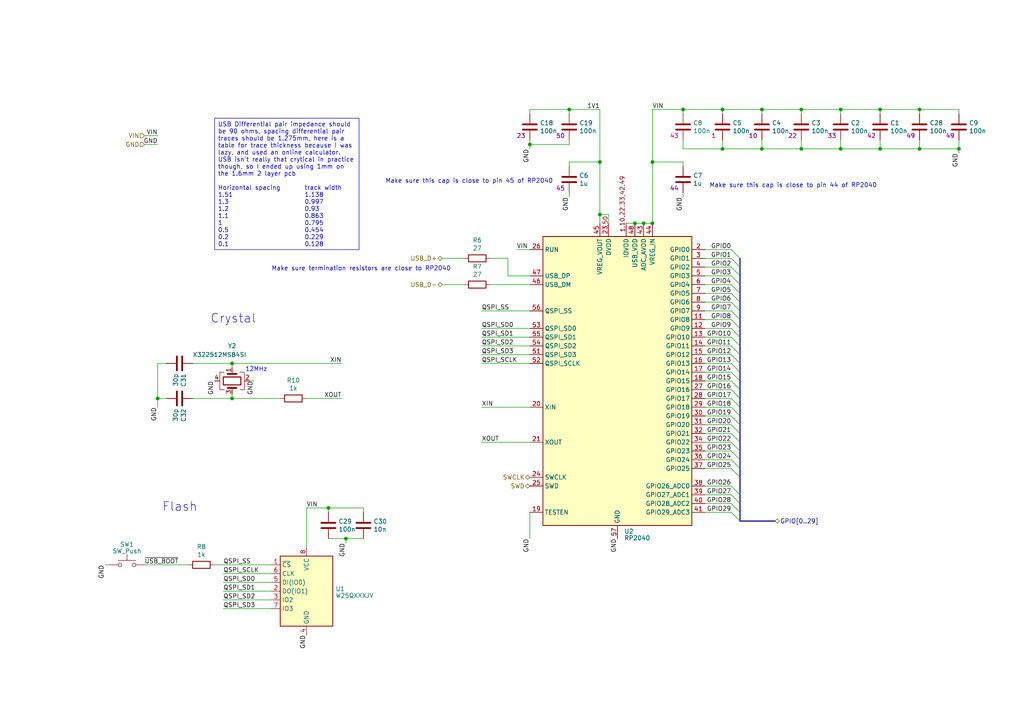
<source format=kicad_sch>
(kicad_sch (version 20230121) (generator eeschema)
  (paper "A4")
  (title_block (title "RP2040 Base") (date "2023-07-25") (rev "0.3") (company "https://github.com/TT-392/RP2040-base"))
  (lib_symbols
    (symbol "Device:C" (pin_numbers hide) (pin_names (offset 0.254))
      (property "Reference" "C" (at 0.635 2.54 0))
      (property "Value" "C" (at 0.635 -2.54 0))
      (symbol "C_0_1"
        (polyline (pts (xy -2.032 -0.762) (xy 2.032 -0.762)) (stroke (width 0.508)))
        (polyline (pts (xy -2.032 0.762) (xy 2.032 0.762)) (stroke (width 0.508)))
      )
      (symbol "C_1_1"
        (pin passive line (at 0 3.81 270) (length 2.794) (name "~") (number "1"))
        (pin passive line (at 0 -3.81 90) (length 2.794) (name "~") (number "2"))
      )
    )
    (symbol "Device:Crystal_GND24" (pin_names (offset 1.016) hide)
      (property "Reference" "Y" (at 3.175 5.08 0))
      (property "Value" "Crystal_GND24" (at 3.175 3.175 0))
      (symbol "Crystal_GND24_0_1"
        (rectangle (start -1.143 2.54) (end 1.143 -2.54) (stroke (width 0.3048)))
        (polyline (pts (xy -2.54 0) (xy -2.032 0)))
        (polyline (pts (xy -2.032 -1.27) (xy -2.032 1.27)) (stroke (width 0.508)))
        (polyline (pts (xy 0 -3.81) (xy 0 -3.556)))
        (polyline (pts (xy 0 3.556) (xy 0 3.81)))
        (polyline (pts (xy 2.032 -1.27) (xy 2.032 1.27)) (stroke (width 0.508)))
        (polyline (pts (xy 2.032 0) (xy 2.54 0)))
        (polyline (pts (xy -2.54 -2.286) (xy -2.54 -3.556) (xy 2.54 -3.556) (xy 2.54 -2.286)))
        (polyline (pts (xy -2.54 2.286) (xy -2.54 3.556) (xy 2.54 3.556) (xy 2.54 2.286)))
      )
      (symbol "Crystal_GND24_1_1"
        (pin passive line (at -3.81 0 0) (length 1.27) (name "1") (number "1"))
        (pin passive line (at 0 5.08 270) (length 1.27) (name "2") (number "2"))
        (pin passive line (at 3.81 0 180) (length 1.27) (name "3") (number "3"))
        (pin passive line (at 0 -5.08 90) (length 1.27) (name "4") (number "4"))
      )
    )
    (symbol "Device:R" (pin_numbers hide) (pin_names (offset 0))
      (property "Reference" "R" (at 2.032 0 90))
      (property "Value" "R" (at 0 0 90))
      (symbol "R_0_1"
        (rectangle (start -1.016 -2.54) (end 1.016 2.54) (stroke (width 0.254)))
      )
      (symbol "R_1_1"
        (pin passive line (at 0 3.81 270) (length 1.27) (name "~") (number "1"))
        (pin passive line (at 0 -3.81 90) (length 1.27) (name "~") (number "2"))
      )
    )
    (symbol "Switch:SW_Push" (pin_numbers hide) (pin_names (offset 1.016) hide)
      (property "Reference" "SW" (at 1.27 2.54 0))
      (property "Value" "SW_Push" (at 0 -1.524 0))
      (symbol "SW_Push_0_1"
        (circle (center -2.032 0) (radius 0.508))
        (polyline (pts (xy 0 1.27) (xy 0 3.048)))
        (polyline (pts (xy 2.54 1.27) (xy -2.54 1.27)))
        (circle (center 2.032 0) (radius 0.508))
        (pin passive line (at -5.08 0 0) (length 2.54) (name "1") (number "1"))
        (pin passive line (at 5.08 0 180) (length 2.54) (name "2") (number "2"))
      )
    )
    (symbol "rp2040_base:RP2040"
      (property "Reference" "U" (at 17.78 45.72 0))
      (property "Value" "RP2040" (at 17.78 43.18 0))
      (symbol "RP2040_0_1"
        (rectangle (start -21.59 41.91) (end 21.59 -41.91) (stroke (width 0.254)) (fill (type background)))
      )
      (symbol "RP2040_1_1"
        (text ",10,22,33,42,49\n" (at 1.4224 44.2468 900) (effects (font (size 1.27 1.27)) (justify left)))
        (text ",50\n\n" (at -2.4892 44.704 900) (effects (font (size 1.27 1.27)) (justify left)))
        (pin power_in line (at 2.54 45.72 270) (length 3.81) (name "IOVDD") (number "1"))
        (pin passive line (at 2.54 45.72 270) (length 3.81) hide (name "IOVDD") (number "10"))
        (pin bidirectional line (at 25.4 17.78 180) (length 3.81) (name "GPIO8") (number "11"))
        (pin bidirectional line (at 25.4 15.24 180) (length 3.81) (name "GPIO9") (number "12"))
        (pin bidirectional line (at 25.4 12.7 180) (length 3.81) (name "GPIO10") (number "13"))
        (pin bidirectional line (at 25.4 10.16 180) (length 3.81) (name "GPIO11") (number "14"))
        (pin bidirectional line (at 25.4 7.62 180) (length 3.81) (name "GPIO12") (number "15"))
        (pin bidirectional line (at 25.4 5.08 180) (length 3.81) (name "GPIO13") (number "16"))
        (pin bidirectional line (at 25.4 2.54 180) (length 3.81) (name "GPIO14") (number "17"))
        (pin bidirectional line (at 25.4 0 180) (length 3.81) (name "GPIO15") (number "18"))
        (pin input line (at -25.4 -38.1 0) (length 3.81) (name "TESTEN") (number "19"))
        (pin bidirectional line (at 25.4 38.1 180) (length 3.81) (name "GPIO0") (number "2"))
        (pin input line (at -25.4 -7.62 0) (length 3.81) (name "XIN") (number "20"))
        (pin passive line (at -25.4 -17.78 0) (length 3.81) (name "XOUT") (number "21"))
        (pin passive line (at 2.54 45.72 270) (length 3.81) hide (name "IOVDD") (number "22"))
        (pin power_in line (at -2.54 45.72 270) (length 3.81) (name "DVDD") (number "23"))
        (pin input line (at -25.4 -27.94 0) (length 3.81) (name "SWCLK") (number "24"))
        (pin bidirectional line (at -25.4 -30.48 0) (length 3.81) (name "SWD") (number "25"))
        (pin input line (at -25.4 38.1 0) (length 3.81) (name "RUN") (number "26"))
        (pin bidirectional line (at 25.4 -2.54 180) (length 3.81) (name "GPIO16") (number "27"))
        (pin bidirectional line (at 25.4 -5.08 180) (length 3.81) (name "GPIO17") (number "28"))
        (pin bidirectional line (at 25.4 -7.62 180) (length 3.81) (name "GPIO18") (number "29"))
        (pin bidirectional line (at 25.4 35.56 180) (length 3.81) (name "GPIO1") (number "3"))
        (pin bidirectional line (at 25.4 -10.16 180) (length 3.81) (name "GPIO19") (number "30"))
        (pin bidirectional line (at 25.4 -12.7 180) (length 3.81) (name "GPIO20") (number "31"))
        (pin bidirectional line (at 25.4 -15.24 180) (length 3.81) (name "GPIO21") (number "32"))
        (pin passive line (at 2.54 45.72 270) (length 3.81) hide (name "IOVDD") (number "33"))
        (pin bidirectional line (at 25.4 -17.78 180) (length 3.81) (name "GPIO22") (number "34"))
        (pin bidirectional line (at 25.4 -20.32 180) (length 3.81) (name "GPIO23") (number "35"))
        (pin bidirectional line (at 25.4 -22.86 180) (length 3.81) (name "GPIO24") (number "36"))
        (pin bidirectional line (at 25.4 -25.4 180) (length 3.81) (name "GPIO25") (number "37"))
        (pin bidirectional line (at 25.4 -30.48 180) (length 3.81) (name "GPIO26_ADC0") (number "38"))
        (pin bidirectional line (at 25.4 -33.02 180) (length 3.81) (name "GPIO27_ADC1") (number "39"))
        (pin bidirectional line (at 25.4 33.02 180) (length 3.81) (name "GPIO2") (number "4"))
        (pin bidirectional line (at 25.4 -35.56 180) (length 3.81) (name "GPIO28_ADC2") (number "40"))
        (pin bidirectional line (at 25.4 -38.1 180) (length 3.81) (name "GPIO29_ADC3") (number "41"))
        (pin passive line (at 2.54 45.72 270) (length 3.81) hide (name "IOVDD") (number "42"))
        (pin power_in line (at 7.62 45.72 270) (length 3.81) (name "ADC_AVDD") (number "43"))
        (pin power_in line (at 10.16 45.72 270) (length 3.81) (name "VREG_IN") (number "44"))
        (pin power_out line (at -5.08 45.72 270) (length 3.81) (name "VREG_VOUT") (number "45"))
        (pin bidirectional line (at -25.4 27.94 0) (length 3.81) (name "USB_DM") (number "46"))
        (pin bidirectional line (at -25.4 30.48 0) (length 3.81) (name "USB_DP") (number "47"))
        (pin power_in line (at 5.08 45.72 270) (length 3.81) (name "USB_VDD") (number "48"))
        (pin passive line (at 2.54 45.72 270) (length 3.81) hide (name "IOVDD") (number "49"))
        (pin bidirectional line (at 25.4 30.48 180) (length 3.81) (name "GPIO3") (number "5"))
        (pin passive line (at -2.54 45.72 270) (length 3.81) hide (name "DVDD") (number "50"))
        (pin bidirectional line (at -25.4 7.62 0) (length 3.81) (name "QSPI_SD3") (number "51"))
        (pin output line (at -25.4 5.08 0) (length 3.81) (name "QSPI_SCLK") (number "52"))
        (pin bidirectional line (at -25.4 15.24 0) (length 3.81) (name "QSPI_SD0") (number "53"))
        (pin bidirectional line (at -25.4 10.16 0) (length 3.81) (name "QSPI_SD2") (number "54"))
        (pin bidirectional line (at -25.4 12.7 0) (length 3.81) (name "QSPI_SD1") (number "55"))
        (pin bidirectional line (at -25.4 20.32 0) (length 3.81) (name "QSPI_SS") (number "56"))
        (pin power_in line (at 0 -45.72 90) (length 3.81) (name "GND") (number "57"))
        (pin bidirectional line (at 25.4 27.94 180) (length 3.81) (name "GPIO4") (number "6"))
        (pin bidirectional line (at 25.4 25.4 180) (length 3.81) (name "GPIO5") (number "7"))
        (pin bidirectional line (at 25.4 22.86 180) (length 3.81) (name "GPIO6") (number "8"))
        (pin bidirectional line (at 25.4 20.32 180) (length 3.81) (name "GPIO7") (number "9"))
      )
    )
    (symbol "rp2040_base:W25Q16JV"
      (property "Reference" "U" (at -6.35 11.43 0))
      (property "Value" "W25Q16JV" (at 7.62 11.43 0))
      (symbol "W25Q16JV_0_1"
        (rectangle (start -7.62 10.16) (end 7.62 -10.16) (stroke (width 0.254)) (fill (type background)))
      )
      (symbol "W25Q16JV_1_1"
        (pin input line (at -10.16 7.62 0) (length 2.54) (name "~{CS}") (number "1"))
        (pin bidirectional line (at -10.16 0 0) (length 2.54) (name "DO(IO1)") (number "2"))
        (pin bidirectional line (at -10.16 -2.54 0) (length 2.54) (name "IO2") (number "3"))
        (pin power_in line (at 0 -12.7 90) (length 2.54) (name "GND") (number "4"))
        (pin bidirectional line (at -10.16 2.54 0) (length 2.54) (name "DI(IO0)") (number "5"))
        (pin input line (at -10.16 5.08 0) (length 2.54) (name "CLK") (number "6"))
        (pin bidirectional line (at -10.16 -5.08 0) (length 2.54) (name "IO3") (number "7"))
        (pin power_in line (at 0 12.7 270) (length 2.54) (name "VCC") (number "8"))
      )
    )
  )
  (junction (at 189.23 46.99))
  (junction (at 220.98 31.75))
  (junction (at 266.7 43.18))
  (junction (at 45.72 115.57))
  (junction (at 232.41 43.18))
  (junction (at 95.25 147.32))
  (junction (at 67.31 115.57))
  (junction (at 255.27 43.18))
  (junction (at 278.13 43.18))
  (junction (at 67.31 105.41))
  (junction (at 243.84 31.75))
  (junction (at 184.15 64.77))
  (junction (at 186.69 64.77))
  (junction (at 189.23 64.77))
  (junction (at 173.99 46.99))
  (junction (at 209.55 31.75))
  (junction (at 209.55 43.18))
  (junction (at 220.98 43.18))
  (junction (at 165.1 31.75))
  (junction (at 100.33 156.21))
  (junction (at 198.12 31.75))
  (junction (at 266.7 31.75))
  (junction (at 243.84 43.18))
  (junction (at 153.67 41.91))
  (junction (at 173.99 62.23))
  (junction (at 232.41 31.75))
  (junction (at 255.27 31.75))
  (bus_entry (at 214.63 100.33) (size -2.54 -2.54))
  (bus_entry (at 214.63 146.05) (size -2.54 -2.54))
  (bus_entry (at 214.63 143.51) (size -2.54 -2.54))
  (bus_entry (at 214.63 92.71) (size -2.54 -2.54))
  (bus_entry (at 214.63 133.35) (size -2.54 -2.54))
  (bus_entry (at 214.63 87.63) (size -2.54 -2.54))
  (bus_entry (at 214.63 151.13) (size -2.54 -2.54))
  (bus_entry (at 214.63 130.81) (size -2.54 -2.54))
  (bus_entry (at 214.63 74.93) (size -2.54 -2.54))
  (bus_entry (at 214.63 80.01) (size -2.54 -2.54))
  (bus_entry (at 214.63 95.25) (size -2.54 -2.54))
  (bus_entry (at 214.63 118.11) (size -2.54 -2.54))
  (bus_entry (at 214.63 82.55) (size -2.54 -2.54))
  (bus_entry (at 214.63 105.41) (size -2.54 -2.54))
  (bus_entry (at 214.63 123.19) (size -2.54 -2.54))
  (bus_entry (at 214.63 148.59) (size -2.54 -2.54))
  (bus_entry (at 214.63 113.03) (size -2.54 -2.54))
  (bus_entry (at 214.63 125.73) (size -2.54 -2.54))
  (bus_entry (at 214.63 90.17) (size -2.54 -2.54))
  (bus_entry (at 214.63 107.95) (size -2.54 -2.54))
  (bus_entry (at 214.63 110.49) (size -2.54 -2.54))
  (bus_entry (at 214.63 135.89) (size -2.54 -2.54))
  (bus_entry (at 214.63 115.57) (size -2.54 -2.54))
  (bus_entry (at 214.63 128.27) (size -2.54 -2.54))
  (bus_entry (at 214.63 120.65) (size -2.54 -2.54))
  (bus_entry (at 214.63 97.79) (size -2.54 -2.54))
  (bus_entry (at 214.63 102.87) (size -2.54 -2.54))
  (bus_entry (at 214.63 85.09) (size -2.54 -2.54))
  (bus_entry (at 214.63 138.43) (size -2.54 -2.54))
  (bus_entry (at 214.63 77.47) (size -2.54 -2.54))
  (wire (pts (xy 95.25 147.32) (xy 105.41 147.32)))
  (wire (pts (xy 173.99 31.75) (xy 173.99 46.99)))
  (bus (pts (xy 214.63 115.57) (xy 214.63 118.11)))
  (bus (pts (xy 214.63 77.47) (xy 214.63 80.01)))
  (wire (pts (xy 204.47 92.71) (xy 212.09 92.71)))
  (wire (pts (xy 134.62 82.55) (xy 128.27 82.55)))
  (wire (pts (xy 204.47 125.73) (xy 212.09 125.73)))
  (bus (pts (xy 214.63 100.33) (xy 214.63 102.87)))
  (bus (pts (xy 214.63 118.11) (xy 214.63 120.65)))
  (wire (pts (xy 153.67 148.59) (xy 153.67 156.21)))
  (bus (pts (xy 214.63 102.87) (xy 214.63 105.41)))
  (wire (pts (xy 173.99 46.99) (xy 173.99 62.23)))
  (wire (pts (xy 176.53 62.23) (xy 173.99 62.23)))
  (wire (pts (xy 204.47 113.03) (xy 212.09 113.03)))
  (wire (pts (xy 30.48 163.83) (xy 31.75 163.83)))
  (wire (pts (xy 204.47 148.59) (xy 212.09 148.59)))
  (bus (pts (xy 214.63 120.65) (xy 214.63 123.19)))
  (wire (pts (xy 204.47 77.47) (xy 212.09 77.47)))
  (wire (pts (xy 45.72 115.57) (xy 48.26 115.57)))
  (bus (pts (xy 214.63 90.17) (xy 214.63 92.71)))
  (wire (pts (xy 266.7 33.02) (xy 266.7 31.75)))
  (wire (pts (xy 278.13 43.18) (xy 278.13 44.45)))
  (wire (pts (xy 67.31 106.68) (xy 67.31 105.41)))
  (bus (pts (xy 214.63 128.27) (xy 214.63 130.81)))
  (wire (pts (xy 220.98 33.02) (xy 220.98 31.75)))
  (wire (pts (xy 198.12 40.64) (xy 198.12 43.18)))
  (wire (pts (xy 204.47 102.87) (xy 212.09 102.87)))
  (wire (pts (xy 139.7 100.33) (xy 153.67 100.33)))
  (wire (pts (xy 45.72 105.41) (xy 45.72 115.57)))
  (wire (pts (xy 204.47 146.05) (xy 212.09 146.05)))
  (wire (pts (xy 278.13 43.18) (xy 278.13 40.64)))
  (bus (pts (xy 214.63 85.09) (xy 214.63 87.63)))
  (wire (pts (xy 189.23 31.75) (xy 189.23 46.99)))
  (wire (pts (xy 204.47 130.81) (xy 212.09 130.81)))
  (bus (pts (xy 214.63 135.89) (xy 214.63 138.43)))
  (wire (pts (xy 204.47 118.11) (xy 212.09 118.11)))
  (wire (pts (xy 204.47 143.51) (xy 212.09 143.51)))
  (wire (pts (xy 266.7 43.18) (xy 278.13 43.18)))
  (wire (pts (xy 176.53 64.77) (xy 176.53 62.23)))
  (wire (pts (xy 198.12 48.26) (xy 198.12 46.99)))
  (wire (pts (xy 232.41 33.02) (xy 232.41 31.75)))
  (wire (pts (xy 204.47 140.97) (xy 212.09 140.97)))
  (wire (pts (xy 198.12 33.02) (xy 198.12 31.75)))
  (wire (pts (xy 204.47 82.55) (xy 212.09 82.55)))
  (bus (pts (xy 214.63 95.25) (xy 214.63 97.79)))
  (wire (pts (xy 204.47 97.79) (xy 212.09 97.79)))
  (wire (pts (xy 243.84 43.18) (xy 232.41 43.18)))
  (bus (pts (xy 214.63 130.81) (xy 214.63 133.35)))
  (bus (pts (xy 214.63 138.43) (xy 214.63 143.51)))
  (wire (pts (xy 209.55 31.75) (xy 220.98 31.75)))
  (wire (pts (xy 204.47 135.89) (xy 212.09 135.89)))
  (wire (pts (xy 204.47 123.19) (xy 212.09 123.19)))
  (wire (pts (xy 165.1 48.26) (xy 165.1 46.99)))
  (bus (pts (xy 214.63 113.03) (xy 214.63 115.57)))
  (wire (pts (xy 139.7 102.87) (xy 153.67 102.87)))
  (wire (pts (xy 204.47 80.01) (xy 212.09 80.01)))
  (wire (pts (xy 209.55 40.64) (xy 209.55 43.18)))
  (wire (pts (xy 204.47 85.09) (xy 212.09 85.09)))
  (bus (pts (xy 214.63 97.79) (xy 214.63 100.33)))
  (wire (pts (xy 204.47 74.93) (xy 212.09 74.93)))
  (wire (pts (xy 204.47 128.27) (xy 212.09 128.27)))
  (bus (pts (xy 214.63 143.51) (xy 214.63 146.05)))
  (wire (pts (xy 153.67 128.27) (xy 139.7 128.27)))
  (bus (pts (xy 214.63 80.01) (xy 214.63 82.55)))
  (wire (pts (xy 220.98 31.75) (xy 232.41 31.75)))
  (wire (pts (xy 45.72 39.37) (xy 41.91 39.37)))
  (wire (pts (xy 232.41 43.18) (xy 220.98 43.18)))
  (wire (pts (xy 78.74 176.53) (xy 64.77 176.53)))
  (wire (pts (xy 165.1 46.99) (xy 173.99 46.99)))
  (wire (pts (xy 243.84 40.64) (xy 243.84 43.18)))
  (wire (pts (xy 45.72 41.91) (xy 41.91 41.91)))
  (wire (pts (xy 165.1 31.75) (xy 173.99 31.75)))
  (wire (pts (xy 55.88 105.41) (xy 67.31 105.41)))
  (wire (pts (xy 204.47 87.63) (xy 212.09 87.63)))
  (wire (pts (xy 255.27 31.75) (xy 266.7 31.75)))
  (wire (pts (xy 73.66 110.49) (xy 72.39 110.49)))
  (wire (pts (xy 147.32 74.93) (xy 147.32 80.01)))
  (wire (pts (xy 153.67 31.75) (xy 165.1 31.75)))
  (wire (pts (xy 153.67 33.02) (xy 153.67 31.75)))
  (bus (pts (xy 214.63 125.73) (xy 214.63 128.27)))
  (wire (pts (xy 139.7 118.11) (xy 153.67 118.11)))
  (bus (pts (xy 214.63 146.05) (xy 214.63 148.59)))
  (wire (pts (xy 153.67 41.91) (xy 153.67 43.18)))
  (wire (pts (xy 45.72 105.41) (xy 48.26 105.41)))
  (bus (pts (xy 214.63 87.63) (xy 214.63 90.17)))
  (wire (pts (xy 186.69 64.77) (xy 189.23 64.77)))
  (wire (pts (xy 147.32 74.93) (xy 142.24 74.93)))
  (wire (pts (xy 153.67 90.17) (xy 139.7 90.17)))
  (wire (pts (xy 198.12 31.75) (xy 209.55 31.75)))
  (wire (pts (xy 189.23 46.99) (xy 198.12 46.99)))
  (bus (pts (xy 214.63 110.49) (xy 214.63 113.03)))
  (wire (pts (xy 204.47 133.35) (xy 212.09 133.35)))
  (wire (pts (xy 88.9 115.57) (xy 99.06 115.57)))
  (wire (pts (xy 189.23 46.99) (xy 189.23 64.77)))
  (wire (pts (xy 78.74 171.45) (xy 64.77 171.45)))
  (bus (pts (xy 214.63 107.95) (xy 214.63 110.49)))
  (wire (pts (xy 255.27 43.18) (xy 243.84 43.18)))
  (wire (pts (xy 105.41 148.59) (xy 105.41 147.32)))
  (wire (pts (xy 204.47 115.57) (xy 212.09 115.57)))
  (wire (pts (xy 55.88 115.57) (xy 67.31 115.57)))
  (wire (pts (xy 67.31 114.3) (xy 67.31 115.57)))
  (wire (pts (xy 165.1 33.02) (xy 165.1 31.75)))
  (wire (pts (xy 204.47 90.17) (xy 212.09 90.17)))
  (wire (pts (xy 181.61 64.77) (xy 184.15 64.77)))
  (wire (pts (xy 204.47 95.25) (xy 212.09 95.25)))
  (wire (pts (xy 255.27 33.02) (xy 255.27 31.75)))
  (wire (pts (xy 209.55 43.18) (xy 198.12 43.18)))
  (wire (pts (xy 204.47 120.65) (xy 212.09 120.65)))
  (wire (pts (xy 95.25 147.32) (xy 88.9 147.32)))
  (bus (pts (xy 214.63 133.35) (xy 214.63 135.89)))
  (wire (pts (xy 88.9 147.32) (xy 88.9 158.75)))
  (wire (pts (xy 78.74 173.99) (xy 64.77 173.99)))
  (wire (pts (xy 232.41 31.75) (xy 243.84 31.75)))
  (wire (pts (xy 278.13 31.75) (xy 266.7 31.75)))
  (wire (pts (xy 67.31 115.57) (xy 81.28 115.57)))
  (wire (pts (xy 62.23 163.83) (xy 78.74 163.83)))
  (wire (pts (xy 165.1 55.88) (xy 165.1 57.15)))
  (bus (pts (xy 214.63 92.71) (xy 214.63 95.25)))
  (wire (pts (xy 45.72 115.57) (xy 45.72 118.11)))
  (wire (pts (xy 266.7 40.64) (xy 266.7 43.18)))
  (wire (pts (xy 78.74 168.91) (xy 64.77 168.91)))
  (wire (pts (xy 134.62 74.93) (xy 128.27 74.93)))
  (wire (pts (xy 67.31 105.41) (xy 99.06 105.41)))
  (wire (pts (xy 173.99 62.23) (xy 173.99 64.77)))
  (wire (pts (xy 220.98 40.64) (xy 220.98 43.18)))
  (wire (pts (xy 189.23 31.75) (xy 198.12 31.75)))
  (wire (pts (xy 243.84 31.75) (xy 255.27 31.75)))
  (bus (pts (xy 214.63 151.13) (xy 224.79 151.13)))
  (bus (pts (xy 214.63 74.93) (xy 214.63 77.47)))
  (wire (pts (xy 95.25 148.59) (xy 95.25 147.32)))
  (wire (pts (xy 139.7 95.25) (xy 153.67 95.25)))
  (wire (pts (xy 54.61 163.83) (xy 41.91 163.83)))
  (wire (pts (xy 204.47 72.39) (xy 212.09 72.39)))
  (wire (pts (xy 153.67 41.91) (xy 165.1 41.91)))
  (wire (pts (xy 209.55 33.02) (xy 209.55 31.75)))
  (wire (pts (xy 204.47 100.33) (xy 212.09 100.33)))
  (wire (pts (xy 100.33 157.48) (xy 100.33 156.21)))
  (bus (pts (xy 214.63 105.41) (xy 214.63 107.95)))
  (wire (pts (xy 204.47 110.49) (xy 212.09 110.49)))
  (wire (pts (xy 95.25 156.21) (xy 100.33 156.21)))
  (wire (pts (xy 220.98 43.18) (xy 209.55 43.18)))
  (wire (pts (xy 64.77 166.37) (xy 78.74 166.37)))
  (wire (pts (xy 153.67 82.55) (xy 142.24 82.55)))
  (wire (pts (xy 255.27 43.18) (xy 266.7 43.18)))
  (wire (pts (xy 232.41 40.64) (xy 232.41 43.18)))
  (wire (pts (xy 165.1 41.91) (xy 165.1 40.64)))
  (wire (pts (xy 139.7 97.79) (xy 153.67 97.79)))
  (wire (pts (xy 149.86 72.39) (xy 153.67 72.39)))
  (wire (pts (xy 100.33 156.21) (xy 105.41 156.21)))
  (wire (pts (xy 255.27 40.64) (xy 255.27 43.18)))
  (wire (pts (xy 198.12 55.88) (xy 198.12 57.15)))
  (wire (pts (xy 204.47 105.41) (xy 212.09 105.41)))
  (wire (pts (xy 278.13 33.02) (xy 278.13 31.75)))
  (wire (pts (xy 153.67 105.41) (xy 139.7 105.41)))
  (wire (pts (xy 153.67 40.64) (xy 153.67 41.91)))
  (bus (pts (xy 214.63 148.59) (xy 214.63 151.13)))
  (wire (pts (xy 184.15 64.77) (xy 186.69 64.77)))
  (wire (pts (xy 153.67 80.01) (xy 147.32 80.01)))
  (wire (pts (xy 204.47 107.95) (xy 212.09 107.95)))
  (wire (pts (xy 243.84 33.02) (xy 243.84 31.75)))
  (bus (pts (xy 214.63 123.19) (xy 214.63 125.73)))
  (bus (pts (xy 214.63 82.55) (xy 214.63 85.09)))
  (text_box "USB Differential pair impedance should be 90 ohms, spacing differential pair traces should be 1.275mm, here is a table for trace thickness because I was lazy, and used an online calculator. USB isn't really that crytical in practice though, so I ended up using 1mm on the 1.6mm 2 layer pcb\n\nHorizontal spacing	track width\n1.51				1.138\n1.3					0.997\n1.2					0.93\n1.1					0.863\n1					0.795\n0.5					0.454\n0.2					0.229\n0.1					0.128\n" (at 62.23 34.29 0) (size 41.91 38.1) (effects (font (size 1.27 1.27)) (justify left top)))
  (text "Flash" (at 46.99 148.59 0) (effects (font (size 2.54 2.54)) (justify left bottom)))
  (text "12MHz\n" (at 71.12 107.95 0) (effects (font (size 1.27 1.27)) (justify left bottom)))
  (text "Make sure termination resistors are close to RP2040" (at 130.81 78.74 0) (effects (font (size 1.27 1.27)) (justify right bottom)))
  (text "Make sure this cap is close to pin 45 of RP2040" (at 111.76 53.34 0) (effects (font (size 1.27 1.27)) (justify left bottom)))
  (text "Crystal" (at 60.96 93.98 0) (effects (font (size 2.54 2.54)) (justify left bottom)))
  (text "Make sure this cap is close to pin 44 of RP2040" (at 205.74 54.61 0) (effects (font (size 1.27 1.27)) (justify left bottom)))
  (label "GND" (at 153.67 43.18 270))
  (label "GND" (at 198.12 57.15 270))
  (label "QSPI_SD1" (at 64.77 171.45 0))
  (label "GPIO20" (at 212.09 123.19 180))
  (label "1V1" (at 173.99 31.75 180))
  (label "GPIO18" (at 212.09 118.11 180))
  (label "GPIO8" (at 212.09 92.71 180))
  (label "GPIO22" (at 212.09 128.27 180))
  (label "GPIO6" (at 212.09 87.63 180))
  (label "GND" (at 88.9 184.15 270))
  (label "QSPI_SD1" (at 139.7 97.79 0))
  (label "VIN" (at 189.23 31.75 0))
  (label "QSPI_SD3" (at 139.7 102.87 0))
  (label "QSPI_SS" (at 64.77 163.83 0))
  (label "QSPI_SD0" (at 64.77 168.91 0))
  (label "QSPI_SD0" (at 139.7 95.25 0))
  (label "GND" (at 45.72 118.11 270))
  (label "GPIO3" (at 212.09 80.01 180))
  (label "GPIO14" (at 212.09 107.95 180))
  (label "GPIO15" (at 212.09 110.49 180))
  (label "XIN" (at 99.06 105.41 180))
  (label "GPIO1" (at 212.09 74.93 180))
  (label "QSPI_SD3" (at 64.77 176.53 0))
  (label "GND" (at 62.23 110.49 270))
  (label "GND" (at 153.67 156.21 270))
  (label "GPIO23" (at 212.09 130.81 180))
  (label "GPIO25" (at 212.09 135.89 180))
  (label "VIN" (at 88.9 147.32 0))
  (label "XOUT" (at 99.06 115.57 180))
  (label "GPIO29" (at 212.09 148.59 180))
  (label "GPIO0" (at 212.09 72.39 180))
  (label "GPIO5" (at 212.09 85.09 180))
  (label "GPIO24" (at 212.09 133.35 180))
  (label "QSPI_SD2" (at 64.77 173.99 0))
  (label "GND" (at 73.66 110.49 270))
  (label "QSPI_SS" (at 139.7 90.17 0))
  (label "GND" (at 278.13 44.45 270))
  (label "GPIO12" (at 212.09 102.87 180))
  (label "GND" (at 45.72 41.91 180))
  (label "QSPI_SCLK" (at 64.77 166.37 0))
  (label "GPIO13" (at 212.09 105.41 180))
  (label "GPIO9" (at 212.09 95.25 180))
  (label "GPIO2" (at 212.09 77.47 180))
  (label "VIN" (at 45.72 39.37 180))
  (label "~{USB_BOOT}" (at 41.91 163.83 0))
  (label "GPIO7" (at 212.09 90.17 180))
  (label "GPIO21" (at 212.09 125.73 180))
  (label "GPIO28" (at 212.09 146.05 180))
  (label "GND" (at 179.07 156.21 270))
  (label "GPIO19" (at 212.09 120.65 180))
  (label "XIN" (at 139.7 118.11 0))
  (label "GND" (at 30.48 163.83 270))
  (label "GPIO27" (at 212.09 143.51 180))
  (label "VIN" (at 149.86 72.39 0))
  (label "GPIO26" (at 212.09 140.97 180))
  (label "GPIO4" (at 212.09 82.55 180))
  (label "QSPI_SD2" (at 139.7 100.33 0))
  (label "GPIO10" (at 212.09 97.79 180))
  (label "XOUT" (at 139.7 128.27 0))
  (label "GND" (at 165.1 57.15 270))
  (label "GPIO17" (at 212.09 115.57 180))
  (label "GPIO11" (at 212.09 100.33 180))
  (label "QSPI_SCLK" (at 139.7 105.41 0))
  (label "GND" (at 100.33 157.48 270))
  (label "GPIO16" (at 212.09 113.03 180))
  (hierarchical_label "USB_D+" (shape bidirectional) (at 128.27 74.93 180))
  (hierarchical_label "SWCLK" (shape bidirectional) (at 153.67 138.43 180))
  (hierarchical_label "SWD" (shape bidirectional) (at 153.67 140.97 180))
  (hierarchical_label "GPIO[0..29]" (shape bidirectional) (at 224.79 151.13 0))
  (hierarchical_label "GND" (shape input) (at 41.91 41.91 180))
  (hierarchical_label "USB_D-" (shape bidirectional) (at 128.27 82.55 180))
  (hierarchical_label "VIN" (shape input) (at 41.91 39.37 180))
  (symbol (lib_id "Device:C") (at 278.13 36.83 0) (unit 1)
    (property "Reference" "C9" (at 281.051 35.6616 0) (effects (justify left)))
    (property "Value" "100n" (at 281.051 37.973 0) (effects (justify left)))
    (property "Footprint" "Capacitor_SMD:C_0402_1005Metric" (effects hide))
    (property "Pin" "49" (at 275.59 39.37 0))
  )
  (symbol (lib_id "Device:R") (at 85.09 115.57 270) (unit 1)
    (property "Reference" "R10" (at 85.09 110.3122 90))
    (property "Value" "1k" (at 85.09 112.6236 90))
    (property "Footprint" "Resistor_SMD:R_0402_1005Metric" (effects hide))
  )
  (symbol (lib_id "Device:C") (at 255.27 36.83 0) (unit 1)
    (property "Reference" "C1" (at 258.191 35.6616 0) (effects (justify left)))
    (property "Value" "100n" (at 258.191 37.973 0) (effects (justify left)))
    (property "Footprint" "Capacitor_SMD:C_0402_1005Metric" (effects hide))
    (property "Pin" "42" (at 252.73 39.37 0))
  )
  (symbol (lib_id "Device:C") (at 198.12 36.83 0) (unit 1)
    (property "Reference" "C8" (at 201.041 35.6616 0) (effects (justify left)))
    (property "Value" "100n" (at 201.041 37.973 0) (effects (justify left)))
    (property "Footprint" "Capacitor_SMD:C_0402_1005Metric" (effects hide))
    (property "Pin" "43" (at 195.58 39.37 0))
  )
  (symbol (lib_id "Device:C") (at 105.41 152.4 0) (unit 1)
    (property "Reference" "C30" (at 108.331 151.2316 0) (effects (justify left)))
    (property "Value" "10n" (at 108.331 153.543 0) (effects (justify left)))
    (property "Footprint" "Capacitor_SMD:C_0603_1608Metric" (effects hide))
  )
  (symbol (lib_id "rp2040_base:RP2040") (at 179.07 110.49 0) (unit 1)
    (property "Reference" "U2" (at 181.0259 154.1225 0) (effects (justify left)))
    (property "Value" "RP2040" (at 181.0259 156.0435 0) (effects (justify left)))
    (property "Footprint" "Package_DFN_QFN:QFN-56-1EP_7x7mm_P0.4mm_EP3.2x3.2mm" (effects hide))
    (property "Datasheet" "https://datasheets.raspberrypi.com/rp2040/rp2040-datasheet.pdf" (effects hide))
  )
  (symbol (lib_id "rp2040_base:W25Q16JV") (at 88.9 171.45 0) (unit 1)
    (property "Reference" "U1" (at 97.282 170.8063 0) (effects (justify left)))
    (property "Value" "W25QXXXJV" (at 97.282 172.7273 0) (effects (justify left)))
    (property "Footprint" "RP2040_base:SOIC-8_5.275x5.275mm_P1.27mm" (effects hide))
  )
  (symbol (lib_id "Device:R") (at 58.42 163.83 270) (unit 1)
    (property "Reference" "R8" (at 58.42 158.5722 90))
    (property "Value" "1k" (at 58.42 160.8836 90))
    (property "Footprint" "Resistor_SMD:R_0603_1608Metric" (effects hide))
  )
  (symbol (lib_id "Device:C") (at 209.55 36.83 0) (unit 1)
    (property "Reference" "C5" (at 212.471 35.6616 0) (effects (justify left)))
    (property "Value" "100n" (at 212.471 37.973 0) (effects (justify left)))
    (property "Footprint" "Capacitor_SMD:C_0402_1005Metric" (effects hide))
    (property "Pin" "1" (at 207.01 39.37 0))
  )
  (symbol (lib_id "Device:C") (at 165.1 36.83 0) (unit 1)
    (property "Reference" "C19" (at 168.021 35.6616 0) (effects (justify left)))
    (property "Value" "100n" (at 168.021 37.973 0) (effects (justify left)))
    (property "Footprint" "Capacitor_SMD:C_0402_1005Metric" (effects hide))
    (property "Pin" "50" (at 162.56 39.37 0))
  )
  (symbol (lib_id "Device:C") (at 232.41 36.83 0) (unit 1)
    (property "Reference" "C3" (at 235.331 35.6616 0) (effects (justify left)))
    (property "Value" "100n" (at 235.331 37.973 0) (effects (justify left)))
    (property "Footprint" "Capacitor_SMD:C_0402_1005Metric" (effects hide))
    (property "Pin" "22" (at 229.87 39.37 0))
  )
  (symbol (lib_id "Device:R") (at 138.43 82.55 90) (mirror x) (unit 1)
    (property "Reference" "R7" (at 138.43 77.2922 90))
    (property "Value" "27" (at 138.43 79.6036 90))
    (property "Footprint" "Resistor_SMD:R_0402_1005Metric" (effects hide))
  )
  (symbol (lib_id "Device:C") (at 95.25 152.4 0) (unit 1)
    (property "Reference" "C29" (at 98.171 151.2316 0) (effects (justify left)))
    (property "Value" "100n" (at 98.171 153.543 0) (effects (justify left)))
    (property "Footprint" "Capacitor_SMD:C_0603_1608Metric" (effects hide))
  )
  (symbol (lib_id "Device:C") (at 266.7 36.83 0) (unit 1)
    (property "Reference" "C28" (at 269.621 35.6616 0) (effects (justify left)))
    (property "Value" "100n" (at 269.621 37.973 0) (effects (justify left)))
    (property "Footprint" "Capacitor_SMD:C_0402_1005Metric" (effects hide))
    (property "Pin" "49" (at 264.16 39.37 0))
  )
  (symbol (lib_id "Device:C") (at 220.98 36.83 0) (unit 1)
    (property "Reference" "C4" (at 223.901 35.6616 0) (effects (justify left)))
    (property "Value" "100n" (at 223.901 37.973 0) (effects (justify left)))
    (property "Footprint" "Capacitor_SMD:C_0402_1005Metric" (effects hide))
    (property "Pin" "10" (at 218.44 39.37 0))
  )
  (symbol (lib_id "Device:C") (at 52.07 115.57 270) (unit 1)
    (property "Reference" "C32" (at 53.2384 118.491 0) (effects (justify left)))
    (property "Value" "30p" (at 50.927 118.491 0) (effects (justify left)))
    (property "Footprint" "Capacitor_SMD:C_0402_1005Metric" (effects hide))
  )
  (symbol (lib_id "Device:C") (at 198.12 52.07 0) (unit 1)
    (property "Reference" "C7" (at 201.041 50.9016 0) (effects (justify left)))
    (property "Value" "1u" (at 201.041 53.213 0) (effects (justify left)))
    (property "Footprint" "Capacitor_SMD:C_0402_1005Metric" (effects hide))
    (property "Pin" "44" (at 195.58 54.61 0))
  )
  (symbol (lib_id "Device:R") (at 138.43 74.93 90) (mirror x) (unit 1)
    (property "Reference" "R6" (at 138.43 69.6722 90))
    (property "Value" "27" (at 138.43 71.9836 90))
    (property "Footprint" "Resistor_SMD:R_0402_1005Metric" (effects hide))
  )
  (symbol (lib_id "Device:C") (at 153.67 36.83 0) (unit 1)
    (property "Reference" "C18" (at 156.591 35.6616 0) (effects (justify left)))
    (property "Value" "100n" (at 156.591 37.973 0) (effects (justify left)))
    (property "Footprint" "Capacitor_SMD:C_0402_1005Metric" (effects hide))
    (property "Pin" "23" (at 151.13 39.37 0))
  )
  (symbol (lib_id "Device:C") (at 165.1 52.07 0) (unit 1)
    (property "Reference" "C6" (at 168.021 50.9016 0) (effects (justify left)))
    (property "Value" "1u" (at 168.021 53.213 0) (effects (justify left)))
    (property "Footprint" "Capacitor_SMD:C_0402_1005Metric" (effects hide))
    (property "Pin" "45" (at 162.56 54.61 0))
  )
  (symbol (lib_id "Device:C") (at 243.84 36.83 0) (unit 1)
    (property "Reference" "C2" (at 246.761 35.6616 0) (effects (justify left)))
    (property "Value" "100n" (at 246.761 37.973 0) (effects (justify left)))
    (property "Footprint" "Capacitor_SMD:C_0402_1005Metric" (effects hide))
    (property "Pin" "33" (at 241.3 39.37 0))
  )
  (symbol (lib_id "Switch:SW_Push") (at 36.83 163.83 0) (unit 1)
    (property "Reference" "SW1" (at 36.83 157.8991 0))
    (property "Value" "SW_Push" (at 36.83 159.8201 0))
    (property "Footprint" "RP2040_base:TS-1187A" (effects hide))
  )
  (symbol (lib_id "Device:Crystal_GND24") (at 67.31 110.49 270) (unit 1)
    (property "Reference" "Y2" (at 66.04 100.33 90) (effects (justify left)))
    (property "Value" "X322512MSB4SI" (at 55.88 102.87 90) (effects (justify left)))
    (property "Footprint" "RP2040_base:YSX321SL, datasheet recommended measurements" (effects hide))
  )
  (symbol (lib_id "Device:C") (at 52.07 105.41 270) (unit 1)
    (property "Reference" "C31" (at 53.2384 108.331 0) (effects (justify left)))
    (property "Value" "30p" (at 50.927 108.331 0) (effects (justify left)))
    (property "Footprint" "Capacitor_SMD:C_0402_1005Metric" (effects hide))
  )
)
</source>
